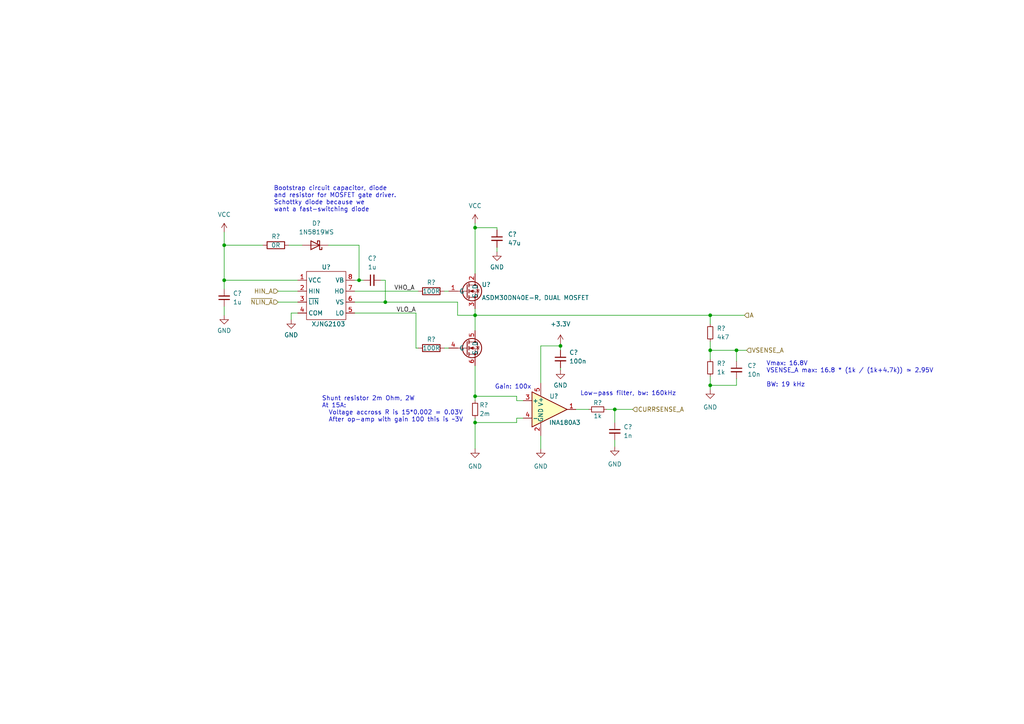
<source format=kicad_sch>
(kicad_sch (version 20211123) (generator eeschema)
  (paper "A4")
  (lib_symbols
    (symbol "Amplifier_Current:INA180A3" (pin_names (offset 0.127))
      (property "Reference" "U" (at 3.81 3.81 0))
      (property "Value" "INA180A3" (at 3.81 -2.54 0))
      (symbol "INA180A3_0_1"
        (polyline (pts (xy 5.08 0) (xy -5.08 5.08) (xy -5.08 -5.08) (xy 5.08 0)) (stroke (width 0.254)) (fill (type background)))
      )
      (symbol "INA180A3_1_1"
        (pin output line (at 7.62 0 180) (length 2.54) (name "~") (number "1"))
        (pin power_in line (at -2.54 -7.62 90) (length 3.81) (name "GND") (number "2"))
        (pin input line (at -7.62 2.54 0) (length 2.54) (name "+") (number "3"))
        (pin input line (at -7.62 -2.54 0) (length 2.54) (name "-") (number "4"))
        (pin power_in line (at -2.54 7.62 270) (length 3.81) (name "V+") (number "5"))
      )
    )
    (symbol "Custom2:ASDM30DN40E-R_MOSFET_DUAL"
      (property "Reference" "U" (at 0 0 0))
      (property "Value" "ASDM30DN40E-R_MOSFET_DUAL" (at 0 3.175 0))
      (symbol "ASDM30DN40E-R_MOSFET_DUAL_0_1"
        (circle (center -0.889 -29.845) (radius 2.794) (stroke (width 0.254)))
        (circle (center -0.889 -13.335) (radius 2.794) (stroke (width 0.254)))
        (circle (center 0 -31.623) (radius 0.254) (fill (type outline)))
        (circle (center 0 -28.067) (radius 0.254) (fill (type outline)))
        (circle (center 0 -15.113) (radius 0.254) (fill (type outline)))
        (circle (center 0 -11.557) (radius 0.254) (fill (type outline)))
        (polyline (pts (xy -2.286 -29.845) (xy -5.08 -29.845)))
        (polyline (pts (xy -2.286 -27.94) (xy -2.286 -31.75)) (stroke (width 0.254)))
        (polyline (pts (xy -2.286 -13.335) (xy -5.08 -13.335)))
        (polyline (pts (xy -2.286 -11.43) (xy -2.286 -15.24)) (stroke (width 0.254)))
        (polyline (pts (xy -1.778 -31.115) (xy -1.778 -32.131)) (stroke (width 0.254)))
        (polyline (pts (xy -1.778 -29.337) (xy -1.778 -30.353)) (stroke (width 0.254)))
        (polyline (pts (xy -1.778 -27.559) (xy -1.778 -28.575)) (stroke (width 0.254)))
        (polyline (pts (xy -1.778 -14.605) (xy -1.778 -15.621)) (stroke (width 0.254)))
        (polyline (pts (xy -1.778 -12.827) (xy -1.778 -13.843)) (stroke (width 0.254)))
        (polyline (pts (xy -1.778 -11.049) (xy -1.778 -12.065)) (stroke (width 0.254)))
        (polyline (pts (xy 0 -27.305) (xy 0 -28.067)))
        (polyline (pts (xy 0 -10.795) (xy 0 -11.557)))
        (polyline (pts (xy 0 -32.385) (xy 0 -29.845) (xy -1.778 -29.845)))
        (polyline (pts (xy 0 -15.875) (xy 0 -13.335) (xy -1.778 -13.335)))
        (polyline (pts (xy -1.778 -31.623) (xy 0.762 -31.623) (xy 0.762 -28.067) (xy -1.778 -28.067)))
        (polyline (pts (xy -1.778 -15.113) (xy 0.762 -15.113) (xy 0.762 -11.557) (xy -1.778 -11.557)))
        (polyline (pts (xy -1.524 -29.845) (xy -0.508 -29.464) (xy -0.508 -30.226) (xy -1.524 -29.845)) (fill (type outline)))
        (polyline (pts (xy -1.524 -13.335) (xy -0.508 -12.954) (xy -0.508 -13.716) (xy -1.524 -13.335)) (fill (type outline)))
        (polyline (pts (xy 0.254 -29.337) (xy 0.381 -29.464) (xy 1.143 -29.464) (xy 1.27 -29.591)))
        (polyline (pts (xy 0.254 -12.827) (xy 0.381 -12.954) (xy 1.143 -12.954) (xy 1.27 -13.081)))
        (polyline (pts (xy 0.762 -29.464) (xy 0.381 -30.099) (xy 1.143 -30.099) (xy 0.762 -29.464)))
        (polyline (pts (xy 0.762 -12.954) (xy 0.381 -13.589) (xy 1.143 -13.589) (xy 0.762 -12.954)))
      )
      (symbol "ASDM30DN40E-R_MOSFET_DUAL_1_1"
        (pin input line (at -7.62 -13.335 0) (length 2.54) (name "G") (number "1"))
        (pin passive line (at 0 -8.255 270) (length 2.54) (name "D") (number "2"))
        (pin passive line (at 0 -18.415 90) (length 2.54) (name "S") (number "3"))
        (pin input line (at -7.62 -29.845 0) (length 2.54) (name "G") (number "4"))
        (pin passive line (at 0 -24.765 270) (length 2.54) (name "D") (number "5"))
        (pin passive line (at 0 -34.925 90) (length 2.54) (name "S") (number "6"))
      )
    )
    (symbol "Custom2:XJNG2103_MOSFET_GATE_DRIVER"
      (property "Reference" "U" (at 0 1.27 0))
      (property "Value" "XJNG2103_MOSFET_GATE_DRIVER" (at 0 3.81 0))
      (symbol "XJNG2103_MOSFET_GATE_DRIVER_0_1"
        (rectangle (start -6.35 0) (end 5.08 -13.97))
      )
      (symbol "XJNG2103_MOSFET_GATE_DRIVER_1_1"
        (pin input line (at -8.89 -2.54 0) (length 2.54) (name "VCC") (number "1"))
        (pin input line (at -8.89 -5.715 0) (length 2.54) (name "HIN") (number "2"))
        (pin input line (at -8.89 -8.89 0) (length 2.54) (name "~{LIN}") (number "3"))
        (pin input line (at -8.89 -12.065 0) (length 2.54) (name "COM") (number "4"))
        (pin input line (at 7.62 -12.065 180) (length 2.54) (name "LO") (number "5"))
        (pin input line (at 7.62 -8.89 180) (length 2.54) (name "VS") (number "6"))
        (pin output line (at 7.62 -5.715 180) (length 2.54) (name "HO") (number "7"))
        (pin output line (at 7.62 -2.54 180) (length 2.54) (name "VB") (number "8"))
      )
    )
    (symbol "Device:C_Small" (pin_numbers hide) (pin_names (offset 0.254) hide)
      (property "Reference" "C" (at 0.254 1.778 0))
      (property "Value" "C_Small" (at 0.254 -2.032 0))
      (symbol "C_Small_0_1"
        (polyline (pts (xy -1.524 -0.508) (xy 1.524 -0.508)) (stroke (width 0.3302)))
        (polyline (pts (xy -1.524 0.508) (xy 1.524 0.508)) (stroke (width 0.3048)))
      )
      (symbol "C_Small_1_1"
        (pin passive line (at 0 2.54 270) (length 2.032) (name "~") (number "1"))
        (pin passive line (at 0 -2.54 90) (length 2.032) (name "~") (number "2"))
      )
    )
    (symbol "Device:R" (pin_numbers hide) (pin_names (offset 0))
      (property "Reference" "R" (at 2.032 0 90))
      (property "Value" "R" (at 0 0 90))
      (symbol "R_0_1"
        (rectangle (start -1.016 -2.54) (end 1.016 2.54) (stroke (width 0.254)))
      )
      (symbol "R_1_1"
        (pin passive line (at 0 3.81 270) (length 1.27) (name "~") (number "1"))
        (pin passive line (at 0 -3.81 90) (length 1.27) (name "~") (number "2"))
      )
    )
    (symbol "Device:R_Small" (pin_numbers hide) (pin_names (offset 0.254) hide)
      (property "Reference" "R" (at 0.762 0.508 0))
      (property "Value" "R_Small" (at 0.762 -1.016 0))
      (symbol "R_Small_0_1"
        (rectangle (start -0.762 1.778) (end 0.762 -1.778) (stroke (width 0.2032)))
      )
      (symbol "R_Small_1_1"
        (pin passive line (at 0 2.54 270) (length 0.762) (name "~") (number "1"))
        (pin passive line (at 0 -2.54 90) (length 0.762) (name "~") (number "2"))
      )
    )
    (symbol "Diode:1N5819WS" (pin_numbers hide) (pin_names (offset 1.016) hide)
      (property "Reference" "D" (at 0 2.54 0))
      (property "Value" "1N5819WS" (at 0 -2.54 0))
      (symbol "1N5819WS_0_1"
        (polyline (pts (xy 1.27 0) (xy -1.27 0)))
        (polyline (pts (xy 1.27 1.27) (xy 1.27 -1.27) (xy -1.27 0) (xy 1.27 1.27)) (stroke (width 0.254)))
        (polyline (pts (xy -1.905 0.635) (xy -1.905 1.27) (xy -1.27 1.27) (xy -1.27 -1.27) (xy -0.635 -1.27) (xy -0.635 -0.635)) (stroke (width 0.254)))
      )
      (symbol "1N5819WS_1_1"
        (pin passive line (at -3.81 0 0) (length 2.54) (name "K") (number "1"))
        (pin passive line (at 3.81 0 180) (length 2.54) (name "A") (number "2"))
      )
    )
    (symbol "power:+3.3V" (power) (pin_names (offset 0))
      (property "Value" "+3.3V" (at 0 3.556 0))
      (symbol "+3.3V_0_1"
        (polyline (pts (xy -0.762 1.27) (xy 0 2.54)))
        (polyline (pts (xy 0 0) (xy 0 2.54)))
        (polyline (pts (xy 0 2.54) (xy 0.762 1.27)))
      )
      (symbol "+3.3V_1_1"
        (pin power_in line (at 0 0 90) (length 0) hide (name "+3.3V") (number "1"))
      )
    )
    (symbol "power:GND" (power) (pin_names (offset 0))
      (property "Value" "GND" (at 0 -3.81 0))
      (symbol "GND_0_1"
        (polyline (pts (xy 0 0) (xy 0 -1.27) (xy 1.27 -1.27) (xy 0 -2.54) (xy -1.27 -1.27) (xy 0 -1.27)))
      )
      (symbol "GND_1_1"
        (pin power_in line (at 0 0 270) (length 0) hide (name "GND") (number "1"))
      )
    )
    (symbol "power:VCC" (power) (pin_names (offset 0))
      (property "Value" "VCC" (at 0 3.81 0))
      (symbol "VCC_0_1"
        (polyline (pts (xy -0.762 1.27) (xy 0 2.54)))
        (polyline (pts (xy 0 0) (xy 0 2.54)))
        (polyline (pts (xy 0 2.54) (xy 0.762 1.27)))
      )
      (symbol "VCC_1_1"
        (pin power_in line (at 0 0 90) (length 0) hide (name "VCC") (number "1"))
      )
    )
  )
  (junction (at 205.994 111.76))
  (junction (at 104.14 81.28))
  (junction (at 178.308 118.745))
  (junction (at 205.994 101.6))
  (junction (at 111.76 87.63))
  (junction (at 137.795 91.44))
  (junction (at 137.795 122.555))
  (junction (at 137.795 114.935))
  (junction (at 137.795 66.04))
  (junction (at 65.024 71.12))
  (junction (at 65.024 81.28))
  (junction (at 213.614 101.6))
  (junction (at 162.56 100.33))
  (junction (at 205.994 91.44))
  (wire (pts (xy 65.024 81.28) (xy 86.36 81.28)))
  (wire (pts (xy 111.76 81.28) (xy 111.76 87.63)))
  (wire (pts (xy 156.845 126.365) (xy 156.845 130.175)))
  (wire (pts (xy 137.795 89.535) (xy 137.795 91.44)))
  (wire (pts (xy 102.87 81.28) (xy 104.14 81.28)))
  (wire (pts (xy 205.994 109.22) (xy 205.994 111.76)))
  (wire (pts (xy 149.86 116.205) (xy 149.86 114.935)))
  (wire (pts (xy 83.82 71.12) (xy 87.63 71.12)))
  (wire (pts (xy 137.795 122.555) (xy 149.86 122.555)))
  (wire (pts (xy 162.56 100.33) (xy 162.56 101.6)))
  (wire (pts (xy 213.614 101.6) (xy 216.535 101.6)))
  (wire (pts (xy 178.308 118.745) (xy 183.515 118.745)))
  (wire (pts (xy 102.87 87.63) (xy 111.76 87.63)))
  (wire (pts (xy 156.845 100.33) (xy 156.845 111.125)))
  (wire (pts (xy 213.614 104.775) (xy 213.614 101.6)))
  (wire (pts (xy 84.455 92.71) (xy 84.455 90.805)))
  (wire (pts (xy 104.14 81.28) (xy 105.41 81.28)))
  (wire (pts (xy 213.614 111.76) (xy 213.614 109.855)))
  (wire (pts (xy 162.56 106.68) (xy 162.56 107.315)))
  (wire (pts (xy 137.795 114.935) (xy 149.86 114.935)))
  (wire (pts (xy 137.795 64.77) (xy 137.795 66.04)))
  (wire (pts (xy 144.145 66.675) (xy 144.145 66.04)))
  (wire (pts (xy 205.994 91.44) (xy 215.9 91.44)))
  (wire (pts (xy 205.994 99.06) (xy 205.994 101.6)))
  (wire (pts (xy 102.87 84.455) (xy 121.285 84.455)))
  (wire (pts (xy 137.795 114.935) (xy 137.795 116.205)))
  (wire (pts (xy 111.76 87.63) (xy 132.715 87.63)))
  (wire (pts (xy 65.024 71.12) (xy 65.024 81.28)))
  (wire (pts (xy 205.994 91.44) (xy 205.994 93.98)))
  (wire (pts (xy 128.905 100.965) (xy 130.175 100.965)))
  (wire (pts (xy 128.905 84.455) (xy 130.175 84.455)))
  (wire (pts (xy 104.14 71.12) (xy 104.14 81.28)))
  (wire (pts (xy 65.024 81.28) (xy 65.024 83.82)))
  (wire (pts (xy 162.56 100.33) (xy 156.845 100.33)))
  (wire (pts (xy 137.795 106.045) (xy 137.795 114.935)))
  (wire (pts (xy 149.86 122.555) (xy 149.86 121.285)))
  (wire (pts (xy 80.645 87.63) (xy 86.36 87.63)))
  (wire (pts (xy 132.715 91.44) (xy 137.795 91.44)))
  (wire (pts (xy 120.65 90.805) (xy 120.65 100.965)))
  (wire (pts (xy 144.145 73.025) (xy 144.145 71.755)))
  (wire (pts (xy 205.994 111.76) (xy 213.614 111.76)))
  (wire (pts (xy 151.765 116.205) (xy 149.86 116.205)))
  (wire (pts (xy 65.024 71.12) (xy 76.2 71.12)))
  (wire (pts (xy 205.994 111.76) (xy 205.994 113.03)))
  (wire (pts (xy 95.25 71.12) (xy 104.14 71.12)))
  (wire (pts (xy 137.795 122.555) (xy 137.795 130.175)))
  (wire (pts (xy 137.795 91.44) (xy 137.795 95.885)))
  (wire (pts (xy 162.56 99.695) (xy 162.56 100.33)))
  (wire (pts (xy 132.715 87.63) (xy 132.715 91.44)))
  (wire (pts (xy 65.024 67.31) (xy 65.024 71.12)))
  (wire (pts (xy 144.145 66.04) (xy 137.795 66.04)))
  (wire (pts (xy 175.895 118.745) (xy 178.308 118.745)))
  (wire (pts (xy 178.308 122.555) (xy 178.308 118.745)))
  (wire (pts (xy 178.308 129.54) (xy 178.308 127.635)))
  (wire (pts (xy 137.795 91.44) (xy 205.994 91.44)))
  (wire (pts (xy 120.65 100.965) (xy 121.285 100.965)))
  (wire (pts (xy 137.795 121.285) (xy 137.795 122.555)))
  (wire (pts (xy 110.49 81.28) (xy 111.76 81.28)))
  (wire (pts (xy 149.86 121.285) (xy 151.765 121.285)))
  (wire (pts (xy 80.645 84.455) (xy 86.36 84.455)))
  (wire (pts (xy 205.994 101.6) (xy 205.994 104.14)))
  (wire (pts (xy 137.795 66.04) (xy 137.795 79.375)))
  (wire (pts (xy 205.994 101.6) (xy 213.614 101.6)))
  (wire (pts (xy 102.87 90.805) (xy 120.65 90.805)))
  (wire (pts (xy 170.815 118.745) (xy 167.005 118.745)))
  (wire (pts (xy 65.024 88.9) (xy 65.024 91.44)))
  (wire (pts (xy 84.455 90.805) (xy 86.36 90.805)))
  (text "Shunt resistor 2m Ohm, 2W\nAt 15A:\n  Voltage accross R is 15*0.002 = 0.03V\n  After op-amp with gain 100 this is ~3V" (at 93.345 122.555 0) (effects (font (size 1.27 1.27)) (justify left bottom)))
  (text "Vmax: 16.8V\nVSENSE_A max: 16.8 * (1k / (1k+4.7k)) ≃ 2.95V\n\nBW: 19 kHz" (at 222.25 112.395 0) (effects (font (size 1.27 1.27)) (justify left bottom)))
  (text "Low-pass filter, bw: 160kHz" (at 168.275 114.935 0) (effects (font (size 1.27 1.27)) (justify left bottom)))
  (text "Gain: 100x" (at 143.51 113.03 0) (effects (font (size 1.27 1.27)) (justify left bottom)))
  (text "Bootstrap circuit capacitor, diode\nand resistor for MOSFET gate driver.\nSchottky diode because we\nwant a fast-switching diode" (at 79.375 61.595 0) (effects (font (size 1.27 1.27)) (justify left bottom)))
  (label "VHO_A" (at 114.3 84.455 0))
  (label "VLO_A" (at 120.65 90.805 180))
  (hierarchical_label "~{NLIN_A}" (shape input) (at 80.645 87.63 180))
  (hierarchical_label "VSENSE_A" (shape input) (at 216.535 101.6 0))
  (hierarchical_label "CURRSENSE_A" (shape input) (at 183.515 118.745 0))
  (hierarchical_label "HIN_A" (shape input) (at 80.645 84.455 180))
  (hierarchical_label "A" (shape input) (at 215.9 91.44 0))
  (symbol (lib_id "Device:C_Small") (at 65.024 86.36 180) (unit 1)
    (property "Reference" "C?" (at 67.564 85.0835 0) (effects (justify right)))
    (property "Value" "1u" (at 67.564 87.6235 0) (effects (justify right)))
    (property "Footprint" "Capacitor_SMD:C_0402_1005Metric" (effects hide))
  )
  (symbol (lib_id "power:GND") (at 65.024 91.44 0) (unit 1)
    (property "Reference" "#PWR?" (effects hide))
    (property "Value" "GND" (at 65.024 95.885 0))
  )
  (symbol (lib_id "Device:C_Small") (at 162.56 104.14 0) (unit 1)
    (property "Reference" "C?" (at 165.1 102.235 0) (effects (justify left)))
    (property "Value" "100n" (at 165.1 104.775 0) (effects (justify left)))
    (property "Footprint" "Capacitor_SMD:C_0402_1005Metric" (effects hide))
  )
  (symbol (lib_id "power:GND") (at 156.845 130.175 0) (unit 1)
    (property "Reference" "#PWR?" (effects hide))
    (property "Value" "GND" (at 156.845 135.255 0))
  )
  (symbol (lib_id "power:GND") (at 144.145 73.025 0) (unit 1)
    (property "Reference" "#PWR?" (effects hide))
    (property "Value" "GND" (at 144.145 77.47 0))
  )
  (symbol (lib_id "Device:R_Small") (at 173.355 118.745 90) (unit 1)
    (property "Reference" "R?" (at 173.355 116.84 90))
    (property "Value" "1k" (at 173.355 120.65 90))
    (property "Footprint" "Resistor_SMD:R_0402_1005Metric" (effects hide))
  )
  (symbol (lib_id "Device:C_Small") (at 213.614 107.315 0) (unit 1)
    (property "Reference" "C?" (at 216.789 106.0512 0) (effects (justify left)))
    (property "Value" "10n" (at 216.789 108.5912 0) (effects (justify left)))
    (property "Footprint" "Capacitor_SMD:C_0402_1005Metric" (effects hide))
  )
  (symbol (lib_id "Device:C_Small") (at 144.145 69.215 0) (unit 1)
    (property "Reference" "C?" (at 147.32 67.9512 0) (effects (justify left)))
    (property "Value" "47u" (at 147.32 70.4912 0) (effects (justify left)))
    (property "Footprint" "Capacitor_SMD:C_1206_3216Metric" (effects hide))
  )
  (symbol (lib_id "power:+3.3V") (at 162.56 99.695 0) (unit 1)
    (property "Reference" "#PWR?" (effects hide))
    (property "Value" "+3.3V" (at 162.56 93.98 0))
  )
  (symbol (lib_id "Custom2:XJNG2103_MOSFET_GATE_DRIVER") (at 95.25 78.74 0) (unit 1)
    (property "Reference" "U?" (at 94.615 77.47 0))
    (property "Value" "XJNG2103" (at 95.25 93.98 0))
    (property "Footprint" "Package_SO:SOIC-8_3.9x4.9mm_P1.27mm" (effects hide))
    (property "Datasheet" "https://datasheet.lcsc.com/lcsc/2108241130_Wuxi-NCE-Power-Semiconductor-XJNG2103_C2887735.pdf" (effects hide))
    (property "Name" "XJNG2103" (effects hide))
  )
  (symbol (lib_id "Device:C_Small") (at 178.308 125.095 0) (unit 1)
    (property "Reference" "C?" (at 180.848 123.825 0) (effects (justify left)))
    (property "Value" "1n" (at 180.848 126.365 0) (effects (justify left)))
    (property "Footprint" "Capacitor_SMD:C_0402_1005Metric" (effects hide))
  )
  (symbol (lib_id "Diode:1N5819WS") (at 91.44 71.12 180) (unit 1)
    (property "Reference" "D?" (at 91.7575 64.77 0))
    (property "Value" "1N5819WS" (at 91.7575 67.31 0))
    (property "Footprint" "Diode_SMD:D_SOD-323" (effects hide))
    (property "Datasheet" "https://datasheet.lcsc.com/lcsc/2204281430_Guangdong-Hottech-1N5819WS_C191023.pdf" (effects hide))
  )
  (symbol (lib_id "Device:R_Small") (at 205.994 106.68 0) (unit 1)
    (property "Reference" "R?" (at 207.899 105.4099 0) (effects (justify left)))
    (property "Value" "1k" (at 207.899 107.9499 0) (effects (justify left)))
    (property "Footprint" "Resistor_SMD:R_0402_1005Metric" (effects hide))
  )
  (symbol (lib_id "Device:C_Small") (at 107.95 81.28 90) (unit 1)
    (property "Reference" "C?" (at 107.9563 74.93 90))
    (property "Value" "1u" (at 107.9563 77.47 90))
    (property "Footprint" "Capacitor_SMD:C_0402_1005Metric" (effects hide))
  )
  (symbol (lib_id "Custom2:ASDM30DN40E-R_MOSFET_DUAL") (at 137.795 71.12 0) (unit 1)
    (property "Reference" "U?" (at 139.7 82.55 0) (effects (justify left)))
    (property "Value" "ASDM30DN40E-R, DUAL MOSFET" (at 139.7 86.36 0) (effects (justify left)))
    (property "Footprint" "Custom:PDFN3333-8_L3.2-W3.1-P0.65-LS3.4-BL" (effects hide))
    (property "Datasheet" "https://datasheet.lcsc.com/lcsc/2202151630_Ascend-ASDM30DN40E-R_C2972861.pdf" (effects hide))
  )
  (symbol (lib_id "power:GND") (at 84.455 92.71 0) (unit 1)
    (property "Reference" "#PWR?" (effects hide))
    (property "Value" "GND" (at 84.455 97.155 0))
  )
  (symbol (lib_id "Device:R_Small") (at 205.994 96.52 0) (unit 1)
    (property "Reference" "R?" (at 207.899 95.2499 0) (effects (justify left)))
    (property "Value" "4k7" (at 207.899 97.7899 0) (effects (justify left)))
    (property "Footprint" "Resistor_SMD:R_0402_1005Metric" (effects hide))
  )
  (symbol (lib_id "power:GND") (at 205.994 113.03 0) (unit 1)
    (property "Reference" "#PWR?" (effects hide))
    (property "Value" "GND" (at 205.994 118.11 0))
  )
  (symbol (lib_id "Device:R") (at 125.095 84.455 90) (unit 1)
    (property "Reference" "R?" (at 125.095 81.915 90))
    (property "Value" "100R" (at 125.095 84.455 90))
    (property "Footprint" "Resistor_SMD:R_0603_1608Metric" (effects hide))
  )
  (symbol (lib_id "power:GND") (at 137.795 130.175 0) (unit 1)
    (property "Reference" "#PWR?" (effects hide))
    (property "Value" "GND" (at 137.795 135.255 0))
  )
  (symbol (lib_id "Device:R") (at 125.095 100.965 90) (unit 1)
    (property "Reference" "R?" (at 125.095 98.425 90))
    (property "Value" "100R" (at 125.095 100.965 90))
    (property "Footprint" "Resistor_SMD:R_0603_1608Metric" (effects hide))
  )
  (symbol (lib_id "Device:R_Small") (at 137.795 118.745 0) (unit 1)
    (property "Reference" "R?" (at 139.065 117.475 0) (effects (justify left)))
    (property "Value" "2m" (at 139.065 120.015 0) (effects (justify left)))
    (property "Footprint" "Resistor_SMD:R_2512_6332Metric" (effects hide))
    (property "Datasheet" "https://datasheet.lcsc.com/lcsc/2209061730_PSA-Prosperity-Dielectrics-FMF25JPJR002XLH_C5156783.pdf" (effects hide))
    (property "Name" "FMF25JPJR002XLH" (effects hide))
  )
  (symbol (lib_id "power:VCC") (at 137.795 64.77 0) (unit 1)
    (property "Reference" "#PWR?" (effects hide))
    (property "Value" "VCC" (at 137.795 59.69 0))
  )
  (symbol (lib_id "Amplifier_Current:INA180A3") (at 159.385 118.745 0) (unit 1)
    (property "Reference" "U?" (at 160.655 114.935 0))
    (property "Value" "INA180A3" (at 163.83 122.555 0))
    (property "Footprint" "Package_TO_SOT_SMD:SOT-23-5" (effects hide))
    (property "Datasheet" "http://www.ti.com/lit/ds/symlink/ina180.pdf" (effects hide))
  )
  (symbol (lib_id "power:VCC") (at 65.024 67.31 0) (unit 1)
    (property "Reference" "#PWR?" (effects hide))
    (property "Value" "VCC" (at 65.024 62.23 0))
  )
  (symbol (lib_id "power:GND") (at 162.56 107.315 0) (unit 1)
    (property "Reference" "#PWR?" (effects hide))
    (property "Value" "GND" (at 162.56 111.76 0))
  )
  (symbol (lib_id "Device:R") (at 80.01 71.12 90) (unit 1)
    (property "Reference" "R?" (at 80.01 68.58 90))
    (property "Value" "0R" (at 80.01 71.12 90))
    (property "Footprint" "Resistor_SMD:R_0402_1005Metric" (effects hide))
  )
  (symbol (lib_id "power:GND") (at 178.308 129.54 0) (unit 1)
    (property "Reference" "#PWR?" (effects hide))
    (property "Value" "GND" (at 178.308 134.62 0))
  )
)
</source>
